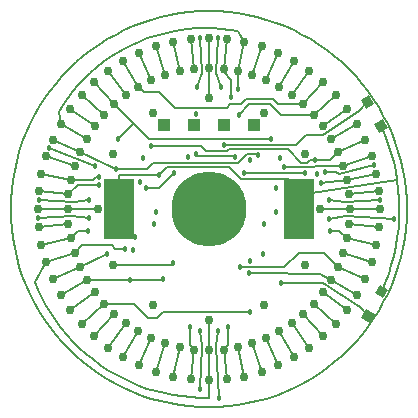
<source format=gtl>
G75*
G70*
%OFA0B0*%
%FSLAX24Y24*%
%IPPOS*%
%LPD*%
%AMOC8*
5,1,8,0,0,1.08239X$1,22.5*
%
%ADD10C,0.0060*%
%ADD11R,0.1000X0.2000*%
%ADD12C,0.2500*%
%ADD13C,0.0300*%
%ADD14R,0.0394X0.0394*%
%ADD15R,0.0335X0.0334*%
%ADD16C,0.0240*%
%ADD17C,0.0180*%
D10*
X004489Y004689D02*
X005232Y005358D01*
X005234Y005356D01*
X006228Y005356D01*
X006698Y004886D01*
X006998Y004886D01*
X007188Y005076D01*
X010098Y005076D01*
X010579Y005296D02*
X010581Y005298D01*
X011118Y006036D02*
X012528Y006036D01*
X013758Y005246D01*
X014024Y004955D01*
X013343Y005153D02*
X012534Y005741D01*
X012803Y006154D02*
X012428Y006356D01*
X010328Y006365D01*
X010068Y006366D01*
X009778Y006566D02*
X011238Y006566D01*
X011728Y007056D01*
X012563Y007056D01*
X013026Y006593D01*
X013940Y006186D01*
X013669Y005654D02*
X012803Y006154D01*
X012710Y006246D01*
X013203Y007053D02*
X014148Y006746D01*
X014154Y006744D02*
X013203Y007053D01*
X013330Y007528D02*
X013078Y007766D01*
X012758Y007766D01*
X012728Y008186D02*
X013298Y008266D01*
X014898Y008186D01*
X014433Y008506D02*
X013433Y008506D01*
X012433Y008506D01*
X012728Y008826D02*
X013278Y008736D01*
X014418Y008806D01*
X014402Y009103D02*
X013407Y008998D01*
X013330Y009485D02*
X012458Y009386D01*
X012598Y009756D02*
X012968Y009756D01*
X013058Y009666D01*
X014248Y009986D01*
X014154Y010269D02*
X013203Y009960D01*
X012292Y009960D01*
X012238Y009906D01*
X011228Y009906D01*
X011378Y009506D02*
X011718Y009166D01*
X011718Y008346D01*
X011848Y008216D01*
X011848Y008386D01*
X011728Y008506D01*
X012178Y009056D01*
X014328Y009386D01*
X015008Y009466D01*
X014308Y009693D02*
X013330Y009485D01*
X012763Y010156D02*
X013026Y010420D01*
X013940Y010827D01*
X013669Y011359D02*
X012803Y010859D01*
X012548Y010986D02*
X011978Y010986D01*
X011640Y010649D01*
X009220Y010649D01*
X009408Y010496D02*
X009348Y010436D01*
X008638Y010436D01*
X008458Y010616D01*
X006798Y010616D01*
X006746Y010836D02*
X006192Y011391D01*
X006192Y011341D01*
X005688Y010836D01*
X006192Y011391D02*
X005580Y012003D01*
X004911Y012746D01*
X005375Y013122D02*
X005963Y012313D01*
X006376Y012581D02*
X006550Y012406D01*
X007078Y012406D01*
X007598Y011886D01*
X009328Y011886D01*
X009444Y012003D01*
X009784Y012003D01*
X009968Y012186D01*
X010858Y012186D01*
X011038Y012006D01*
X011873Y012006D01*
X011876Y012003D01*
X012545Y012746D01*
X012081Y013122D02*
X011494Y012313D01*
X011081Y012581D02*
X011581Y013447D01*
X011049Y013718D02*
X010642Y012804D01*
X010182Y012981D02*
X010491Y013932D01*
X009914Y014086D02*
X009698Y014436D01*
X009914Y014086D02*
X009706Y013108D01*
X009708Y012496D01*
X009478Y012236D02*
X009478Y012817D01*
X009220Y013075D01*
X009220Y013185D01*
X009324Y014180D01*
X009028Y014206D02*
X008958Y013046D01*
X009118Y012586D01*
X008728Y012211D02*
X008728Y013211D01*
X008728Y014211D01*
X008428Y014216D02*
X008488Y013056D01*
X008348Y012576D01*
X008236Y013185D02*
X008132Y014180D01*
X007542Y014086D02*
X007750Y013108D01*
X007274Y012981D02*
X006965Y013932D01*
X006408Y013718D02*
X006815Y012804D01*
X006376Y012581D02*
X005876Y013447D01*
X004489Y012324D02*
X005232Y011655D01*
X004922Y011272D02*
X004113Y011860D01*
X003718Y011756D02*
X003788Y011359D01*
X004654Y010859D01*
X004430Y010420D02*
X005268Y010016D01*
X005618Y009846D01*
X006668Y009846D01*
X006868Y010046D01*
X009698Y010046D01*
X010008Y010356D01*
X010318Y010356D01*
X010358Y010316D01*
X010788Y010836D02*
X006746Y010836D01*
X007338Y009896D02*
X009408Y009896D01*
X009798Y009506D01*
X011378Y009506D01*
X011803Y010051D02*
X011983Y010051D01*
X012088Y010156D01*
X012258Y010156D01*
X012763Y010156D01*
X012548Y010986D02*
X013738Y011776D01*
X014014Y012068D01*
X013343Y011860D02*
X012534Y011272D01*
X012224Y011655D02*
X011120Y011655D01*
X010778Y011996D01*
X010068Y011996D01*
X009728Y011656D01*
X009408Y010496D02*
X011358Y010496D01*
X011803Y010051D01*
X011933Y009716D02*
X009888Y009716D01*
X009608Y010256D02*
X009598Y010266D01*
X008378Y010266D01*
X008288Y010356D01*
X007578Y009716D02*
X007058Y009196D01*
X006648Y009196D01*
X007078Y009636D02*
X007338Y009896D01*
X007078Y009636D02*
X005718Y009636D01*
X005718Y008906D01*
X005728Y008906D01*
X005728Y008506D01*
X005728Y008126D01*
X006278Y007576D01*
X005938Y007186D02*
X005608Y007186D01*
X005488Y007306D01*
X004508Y007306D01*
X004254Y007053D01*
X003308Y006746D01*
X002918Y006086D01*
X003517Y006186D02*
X004430Y006593D01*
X005338Y007026D01*
X005520Y006654D02*
X007546Y006654D01*
X007548Y006706D01*
X007208Y006166D02*
X007196Y006154D01*
X006098Y006154D01*
X006098Y006156D01*
X006098Y006154D02*
X004654Y006154D01*
X003788Y005654D01*
X004113Y005153D02*
X004922Y005741D01*
X005580Y005010D02*
X004911Y004267D01*
X005375Y003891D02*
X005963Y004700D01*
X006376Y004432D02*
X005876Y003566D01*
X006408Y003295D02*
X006815Y004209D01*
X007274Y004032D02*
X006965Y003081D01*
X007542Y002926D02*
X007750Y003905D01*
X008098Y003966D02*
X008098Y004586D01*
X008428Y004436D02*
X008488Y003956D01*
X008418Y002506D01*
X008728Y002216D02*
X008728Y002802D01*
X008728Y003802D01*
X008728Y004802D01*
X009028Y004436D02*
X008968Y003946D01*
X009058Y002226D01*
X009324Y002833D02*
X009220Y003828D01*
X009358Y003966D01*
X009358Y004566D01*
X009706Y003905D02*
X009914Y002926D01*
X010491Y003081D02*
X010182Y004032D01*
X010642Y004209D02*
X011049Y003295D01*
X011581Y003566D02*
X011081Y004432D01*
X011494Y004700D02*
X012081Y003891D01*
X012545Y004267D02*
X011876Y005010D01*
X012224Y005358D02*
X012968Y004689D01*
X013330Y007528D02*
X014308Y007320D01*
X014402Y007910D02*
X013407Y008015D01*
X012224Y011655D02*
X012968Y012324D01*
X002128Y008506D02*
X002136Y008830D01*
X002160Y009153D01*
X002199Y009474D01*
X002255Y009794D01*
X002326Y010110D01*
X002412Y010422D01*
X002514Y010729D01*
X002630Y011032D01*
X002762Y011328D01*
X002907Y011617D01*
X003067Y011899D01*
X003240Y012173D01*
X003427Y012438D01*
X003626Y012693D01*
X003838Y012938D01*
X004061Y013173D01*
X004296Y013396D01*
X004541Y013608D01*
X004796Y013807D01*
X005061Y013994D01*
X005335Y014167D01*
X005617Y014327D01*
X005906Y014472D01*
X006202Y014604D01*
X006505Y014720D01*
X006812Y014822D01*
X007124Y014908D01*
X007440Y014979D01*
X007760Y015035D01*
X008081Y015074D01*
X008404Y015098D01*
X008728Y015106D01*
X009052Y015098D01*
X009375Y015074D01*
X009696Y015035D01*
X010016Y014979D01*
X010332Y014908D01*
X010644Y014822D01*
X010951Y014720D01*
X011254Y014604D01*
X011550Y014472D01*
X011839Y014327D01*
X012121Y014167D01*
X012395Y013994D01*
X012660Y013807D01*
X012915Y013608D01*
X013160Y013396D01*
X013395Y013173D01*
X013618Y012938D01*
X013830Y012693D01*
X014029Y012438D01*
X014216Y012173D01*
X014389Y011899D01*
X014549Y011617D01*
X014694Y011328D01*
X014826Y011032D01*
X014942Y010729D01*
X015044Y010422D01*
X015130Y010110D01*
X015201Y009794D01*
X015257Y009474D01*
X015296Y009153D01*
X015320Y008830D01*
X015328Y008506D01*
X015320Y008182D01*
X015296Y007859D01*
X015257Y007538D01*
X015201Y007218D01*
X015130Y006902D01*
X015044Y006590D01*
X014942Y006283D01*
X014826Y005980D01*
X014694Y005684D01*
X014549Y005395D01*
X014389Y005113D01*
X014216Y004839D01*
X014029Y004574D01*
X013830Y004319D01*
X013618Y004074D01*
X013395Y003839D01*
X013160Y003616D01*
X012915Y003404D01*
X012660Y003205D01*
X012395Y003018D01*
X012121Y002845D01*
X011839Y002685D01*
X011550Y002540D01*
X011254Y002408D01*
X010951Y002292D01*
X010644Y002190D01*
X010332Y002104D01*
X010016Y002033D01*
X009696Y001977D01*
X009375Y001938D01*
X009052Y001914D01*
X008728Y001906D01*
X008404Y001914D01*
X008081Y001938D01*
X007760Y001977D01*
X007440Y002033D01*
X007124Y002104D01*
X006812Y002190D01*
X006505Y002292D01*
X006202Y002408D01*
X005906Y002540D01*
X005617Y002685D01*
X005335Y002845D01*
X005061Y003018D01*
X004796Y003205D01*
X004541Y003404D01*
X004296Y003616D01*
X004061Y003839D01*
X003838Y004074D01*
X003626Y004319D01*
X003427Y004574D01*
X003240Y004839D01*
X003067Y005113D01*
X002907Y005395D01*
X002762Y005684D01*
X002630Y005980D01*
X002514Y006283D01*
X002412Y006590D01*
X002326Y006902D01*
X002255Y007218D01*
X002199Y007538D01*
X002160Y007859D01*
X002136Y008182D01*
X002128Y008506D01*
X003023Y008506D02*
X004023Y008506D01*
X005023Y008506D01*
X004728Y008206D02*
X004158Y008266D01*
X003028Y008206D01*
X003055Y007910D02*
X003700Y007978D01*
X004049Y008015D01*
X004364Y007766D02*
X004688Y007766D01*
X004364Y007766D02*
X004126Y007528D01*
X003148Y007320D01*
X003303Y006744D02*
X004254Y007053D01*
X004218Y008746D02*
X003058Y008806D01*
X003055Y009103D02*
X004049Y008998D01*
X004377Y009326D01*
X005068Y009326D01*
X005068Y009566D02*
X004958Y009566D01*
X004878Y009486D01*
X004128Y009486D01*
X004126Y009485D01*
X003148Y009693D01*
X003303Y010269D02*
X004254Y009960D01*
X004158Y010256D02*
X003408Y010546D01*
X003517Y010827D02*
X004430Y010420D01*
X004158Y010256D02*
X004938Y009956D01*
X004728Y008806D02*
X004218Y008746D01*
X014477Y011267D02*
X014598Y010978D01*
X014706Y010683D01*
X014802Y010384D01*
X014884Y010082D01*
X014953Y009776D01*
X015008Y009467D01*
X009698Y014436D02*
X009423Y014482D01*
X009146Y014514D01*
X008867Y014533D01*
X008588Y014538D01*
X008309Y014529D01*
X008031Y014507D01*
X007754Y014472D01*
X007479Y014423D01*
X007207Y014360D01*
X006939Y014284D01*
X006674Y014196D01*
X006414Y014094D01*
X006159Y013980D01*
X005911Y013853D01*
X005668Y013715D01*
X005433Y013565D01*
X005205Y013403D01*
X004986Y013231D01*
X004775Y013048D01*
X004573Y012855D01*
X004381Y012653D01*
X004199Y012441D01*
X004028Y012220D01*
X003868Y011992D01*
X003719Y011756D01*
X015008Y009467D02*
X015047Y009153D01*
X015071Y008837D01*
X015080Y008521D01*
X015074Y008204D01*
X015052Y007888D01*
X015016Y007574D01*
X014964Y007261D01*
X014898Y006952D01*
X014816Y006646D01*
X014721Y006344D01*
X014610Y006048D01*
X014486Y005756D01*
X008729Y002217D02*
X008431Y002217D01*
X008134Y002232D01*
X007838Y002261D01*
X007544Y002305D01*
X007253Y002363D01*
X006964Y002435D01*
X006680Y002522D01*
X006400Y002622D01*
X006125Y002735D01*
X005856Y002862D01*
X005594Y003002D01*
X005338Y003155D01*
X005091Y003320D01*
X004852Y003496D01*
X004622Y003684D01*
X004401Y003884D01*
X004190Y004093D01*
X003990Y004313D01*
X003801Y004543D01*
X003623Y004781D01*
X003457Y005028D01*
X003303Y005282D01*
X003162Y005544D01*
X003034Y005812D01*
X002919Y006086D01*
X008098Y003966D02*
X008236Y003828D01*
X008132Y002833D01*
D11*
X005728Y008506D03*
X011728Y008506D03*
D12*
X008728Y008506D03*
D13*
X004489Y004689D03*
X004911Y004267D03*
X005375Y003891D03*
X005876Y003566D03*
X006408Y003295D03*
X006965Y003081D03*
X007542Y002926D03*
X008132Y002833D03*
X008728Y002802D03*
X009324Y002833D03*
X009914Y002926D03*
X010491Y003081D03*
X011049Y003295D03*
X011581Y003566D03*
X012081Y003891D03*
X012545Y004267D03*
X012968Y004689D03*
X013343Y005153D03*
X013669Y005654D03*
X013940Y006186D03*
X014154Y006744D03*
X014308Y007320D03*
X014402Y007910D03*
X014433Y008506D03*
X014402Y009103D03*
X014308Y009693D03*
X014154Y010269D03*
X013940Y010827D03*
X013669Y011359D03*
X013343Y011860D03*
X012968Y012324D03*
X012545Y012746D03*
X012081Y013122D03*
X011581Y013447D03*
X011049Y013718D03*
X010491Y013932D03*
X009914Y014086D03*
X009324Y014180D03*
X008728Y014211D03*
X008132Y014180D03*
X007542Y014086D03*
X006965Y013932D03*
X006408Y013718D03*
X005876Y013447D03*
X005375Y013122D03*
X004911Y012746D03*
X004489Y012324D03*
X004113Y011860D03*
X003788Y011359D03*
X003517Y010827D03*
X003303Y010269D03*
X003148Y009693D03*
X003055Y009103D03*
X003023Y008506D03*
X003055Y007910D03*
X003148Y007320D03*
X003303Y006744D03*
X003517Y006186D03*
X003788Y005654D03*
X004113Y005153D03*
X004922Y005741D03*
X004654Y006154D03*
X004430Y006593D03*
X004254Y007053D03*
X004126Y007528D03*
X004049Y008015D03*
X004023Y008506D03*
X004049Y008998D03*
X004126Y009485D03*
X004254Y009960D03*
X004430Y010420D03*
X004654Y010859D03*
X004922Y011272D03*
X005232Y011655D03*
X005580Y012003D03*
X005963Y012313D03*
X006376Y012581D03*
X006815Y012804D03*
X007274Y012981D03*
X007750Y013108D03*
X008236Y013185D03*
X008728Y013211D03*
X009220Y013185D03*
X009706Y013108D03*
X010182Y012981D03*
X010642Y012804D03*
X011081Y012581D03*
X011494Y012313D03*
X011876Y012003D03*
X012224Y011655D03*
X012534Y011272D03*
X012803Y010859D03*
X013026Y010420D03*
X013203Y009960D03*
X013330Y009485D03*
X013407Y008998D03*
X013433Y008506D03*
X013407Y008015D03*
X013330Y007528D03*
X013203Y007053D03*
X013026Y006593D03*
X012803Y006154D03*
X012534Y005741D03*
X012224Y005358D03*
X011876Y005010D03*
X011494Y004700D03*
X011081Y004432D03*
X010642Y004208D03*
X010182Y004032D03*
X009706Y003905D03*
X009220Y003827D03*
X008728Y003802D03*
X008236Y003827D03*
X007750Y003905D03*
X007274Y004032D03*
X006815Y004208D03*
X006376Y004432D03*
X005963Y004700D03*
X005580Y005010D03*
X005232Y005358D03*
X005520Y006654D03*
X006876Y005298D03*
X008728Y004802D03*
X010581Y005298D03*
X011937Y006654D03*
X012433Y008506D03*
X011937Y010359D03*
X010581Y011715D03*
X008728Y012211D03*
X006876Y011715D03*
X005520Y010359D03*
X005023Y008506D03*
D14*
X007228Y011296D03*
X008228Y011296D03*
X009228Y011296D03*
X010228Y011296D03*
D15*
G36*
X014075Y012296D02*
X014242Y012007D01*
X013953Y011840D01*
X013786Y012129D01*
X014075Y012296D01*
G37*
G36*
X014538Y011495D02*
X014705Y011206D01*
X014416Y011039D01*
X014249Y011328D01*
X014538Y011495D01*
G37*
G36*
X014715Y005817D02*
X014548Y005528D01*
X014259Y005695D01*
X014426Y005984D01*
X014715Y005817D01*
G37*
G36*
X014252Y005016D02*
X014085Y004727D01*
X013796Y004894D01*
X013963Y005183D01*
X014252Y005016D01*
G37*
D16*
X009122Y008113D03*
X008728Y008113D03*
X008334Y008113D03*
X008334Y008506D03*
X008334Y008900D03*
X008728Y008900D03*
X008728Y008506D03*
X009122Y008506D03*
X009122Y008900D03*
D17*
X009888Y009716D03*
X010098Y010146D03*
X010358Y010316D03*
X010788Y010836D03*
X011108Y010206D03*
X011228Y009906D03*
X011933Y009716D03*
X012338Y009686D03*
X012598Y009756D03*
X012458Y009386D03*
X012728Y008826D03*
X012728Y008186D03*
X012758Y007766D03*
X010978Y008406D03*
X010578Y008026D03*
X010528Y007006D03*
X010098Y006786D03*
X009778Y006566D03*
X010068Y006366D03*
X011118Y006036D03*
X010098Y005076D03*
X009358Y004566D03*
X009028Y004436D03*
X008428Y004436D03*
X008098Y004586D03*
X007208Y006166D03*
X007548Y006706D03*
X006208Y007146D03*
X005938Y007186D03*
X006278Y007576D03*
X006888Y008006D03*
X006958Y008406D03*
X006648Y009196D03*
X006428Y009396D03*
X007078Y009636D03*
X007578Y009716D03*
X008038Y010256D03*
X008288Y010356D03*
X009220Y010649D03*
X009608Y010256D03*
X010968Y009196D03*
X012258Y010156D03*
X014248Y009986D03*
X014418Y008806D03*
X014898Y008186D03*
X009728Y011656D03*
X009478Y012236D03*
X009708Y012496D03*
X009118Y012586D03*
X008348Y012576D03*
X008288Y011686D03*
X006798Y010616D03*
X006548Y010196D03*
X005618Y009846D03*
X005068Y009566D03*
X005068Y009326D03*
X004728Y008806D03*
X004728Y008206D03*
X004688Y007766D03*
X005338Y007026D03*
X006098Y006156D03*
X003028Y008206D03*
X003058Y008806D03*
X003408Y010546D03*
X004938Y009956D03*
X005688Y010836D03*
X008428Y014216D03*
X009028Y014206D03*
X008418Y002506D03*
X009058Y002226D03*
M02*

</source>
